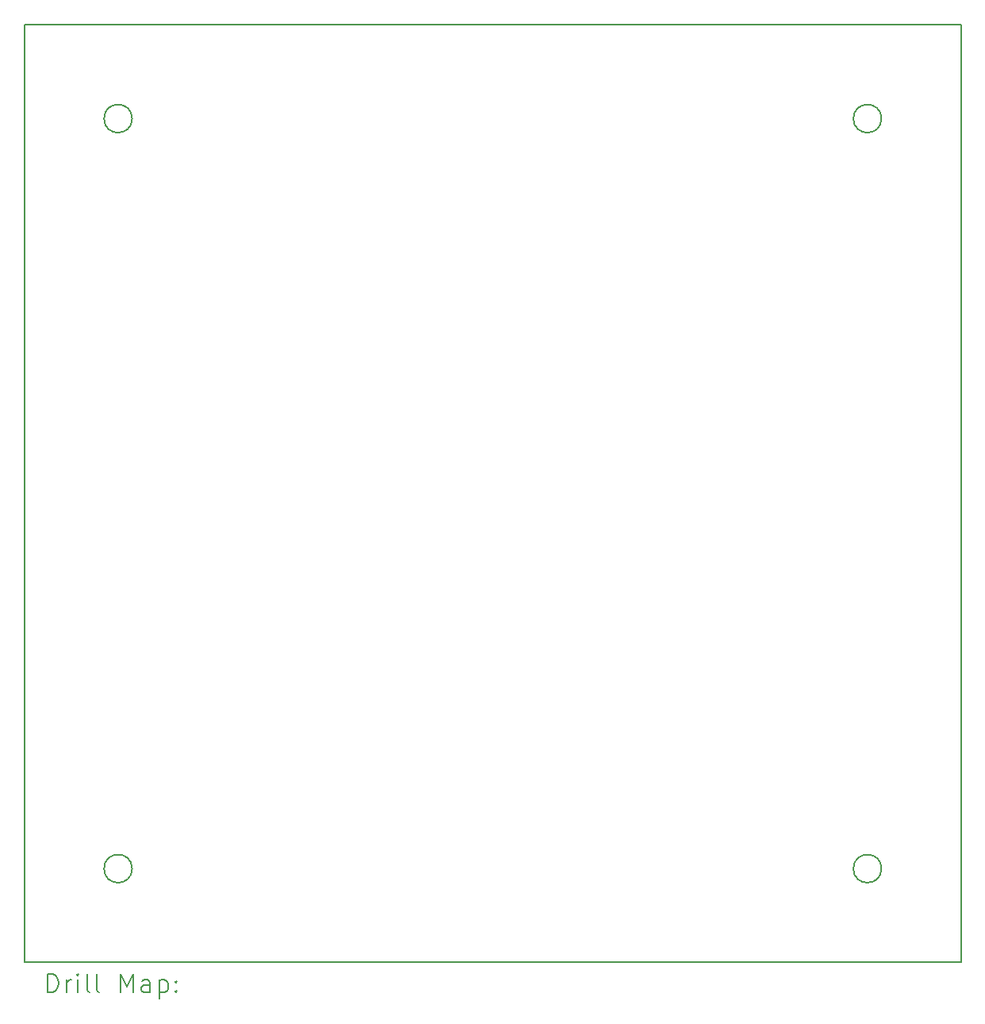
<source format=gbr>
%TF.GenerationSoftware,KiCad,Pcbnew,(6.0.7)*%
%TF.CreationDate,2022-09-05T15:15:51+08:00*%
%TF.ProjectId,6_7_2,365f375f-322e-46b6-9963-61645f706362,rev?*%
%TF.SameCoordinates,Original*%
%TF.FileFunction,Drillmap*%
%TF.FilePolarity,Positive*%
%FSLAX45Y45*%
G04 Gerber Fmt 4.5, Leading zero omitted, Abs format (unit mm)*
G04 Created by KiCad (PCBNEW (6.0.7)) date 2022-09-05 15:15:51*
%MOMM*%
%LPD*%
G01*
G04 APERTURE LIST*
%ADD10C,0.200000*%
G04 APERTURE END LIST*
D10*
X2350000Y-10200000D02*
G75*
G03*
X2350000Y-10200000I-150000J0D01*
G01*
X10350000Y-10200000D02*
G75*
G03*
X10350000Y-10200000I-150000J0D01*
G01*
X10350000Y-2200000D02*
G75*
G03*
X10350000Y-2200000I-150000J0D01*
G01*
X2350000Y-2200000D02*
G75*
G03*
X2350000Y-2200000I-150000J0D01*
G01*
X1200000Y-1200000D02*
X11200000Y-1200000D01*
X11200000Y-1200000D02*
X11200000Y-11200000D01*
X11200000Y-11200000D02*
X1200000Y-11200000D01*
X1200000Y-11200000D02*
X1200000Y-1200000D01*
X1447619Y-11520476D02*
X1447619Y-11320476D01*
X1495238Y-11320476D01*
X1523809Y-11330000D01*
X1542857Y-11349048D01*
X1552381Y-11368095D01*
X1561905Y-11406190D01*
X1561905Y-11434762D01*
X1552381Y-11472857D01*
X1542857Y-11491905D01*
X1523809Y-11510952D01*
X1495238Y-11520476D01*
X1447619Y-11520476D01*
X1647619Y-11520476D02*
X1647619Y-11387143D01*
X1647619Y-11425238D02*
X1657143Y-11406190D01*
X1666667Y-11396667D01*
X1685714Y-11387143D01*
X1704762Y-11387143D01*
X1771428Y-11520476D02*
X1771428Y-11387143D01*
X1771428Y-11320476D02*
X1761905Y-11330000D01*
X1771428Y-11339524D01*
X1780952Y-11330000D01*
X1771428Y-11320476D01*
X1771428Y-11339524D01*
X1895238Y-11520476D02*
X1876190Y-11510952D01*
X1866667Y-11491905D01*
X1866667Y-11320476D01*
X2000000Y-11520476D02*
X1980952Y-11510952D01*
X1971428Y-11491905D01*
X1971428Y-11320476D01*
X2228571Y-11520476D02*
X2228571Y-11320476D01*
X2295238Y-11463333D01*
X2361905Y-11320476D01*
X2361905Y-11520476D01*
X2542857Y-11520476D02*
X2542857Y-11415714D01*
X2533333Y-11396667D01*
X2514286Y-11387143D01*
X2476190Y-11387143D01*
X2457143Y-11396667D01*
X2542857Y-11510952D02*
X2523810Y-11520476D01*
X2476190Y-11520476D01*
X2457143Y-11510952D01*
X2447619Y-11491905D01*
X2447619Y-11472857D01*
X2457143Y-11453809D01*
X2476190Y-11444286D01*
X2523810Y-11444286D01*
X2542857Y-11434762D01*
X2638095Y-11387143D02*
X2638095Y-11587143D01*
X2638095Y-11396667D02*
X2657143Y-11387143D01*
X2695238Y-11387143D01*
X2714286Y-11396667D01*
X2723810Y-11406190D01*
X2733333Y-11425238D01*
X2733333Y-11482381D01*
X2723810Y-11501428D01*
X2714286Y-11510952D01*
X2695238Y-11520476D01*
X2657143Y-11520476D01*
X2638095Y-11510952D01*
X2819048Y-11501428D02*
X2828571Y-11510952D01*
X2819048Y-11520476D01*
X2809524Y-11510952D01*
X2819048Y-11501428D01*
X2819048Y-11520476D01*
X2819048Y-11396667D02*
X2828571Y-11406190D01*
X2819048Y-11415714D01*
X2809524Y-11406190D01*
X2819048Y-11396667D01*
X2819048Y-11415714D01*
M02*

</source>
